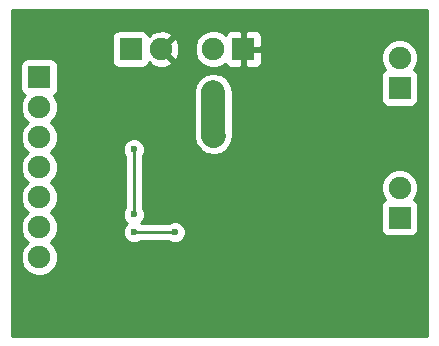
<source format=gbr>
G04 #@! TF.FileFunction,Copper,L2,Bot,Signal*
%FSLAX46Y46*%
G04 Gerber Fmt 4.6, Leading zero omitted, Abs format (unit mm)*
G04 Created by KiCad (PCBNEW 4.0.5) date Tuesday, 21 March 2017 'PMt' 17:51:32*
%MOMM*%
%LPD*%
G01*
G04 APERTURE LIST*
%ADD10C,0.100000*%
%ADD11R,1.900000X1.900000*%
%ADD12C,1.900000*%
%ADD13C,0.600000*%
%ADD14C,0.250000*%
%ADD15C,2.000000*%
%ADD16C,0.254000*%
G04 APERTURE END LIST*
D10*
D11*
X210000000Y-114270000D03*
D12*
X210000000Y-111730000D03*
D11*
X179500000Y-102380000D03*
D12*
X179500000Y-104920000D03*
X179500000Y-107460000D03*
X179500000Y-110000000D03*
X179500000Y-112540000D03*
X179500000Y-115080000D03*
X179500000Y-117620000D03*
D11*
X210000000Y-103270000D03*
D12*
X210000000Y-100730000D03*
D11*
X196770000Y-100000000D03*
D12*
X194230000Y-100000000D03*
D11*
X187230000Y-100000000D03*
D12*
X189770000Y-100000000D03*
D13*
X191000000Y-115500000D03*
X187500000Y-115500000D03*
X200275000Y-107900000D03*
X199907548Y-113226415D03*
X202500000Y-121900000D03*
X182500000Y-111000000D03*
X187500000Y-114000000D03*
X187500000Y-108500000D03*
X194250000Y-107350000D03*
X194230000Y-103629990D03*
D14*
X187500000Y-115500000D02*
X191000000Y-115500000D01*
X187500000Y-108500000D02*
X187500000Y-114000000D01*
D15*
X194230000Y-105480000D02*
X194230000Y-107330000D01*
X194230000Y-107330000D02*
X194250000Y-107350000D01*
X194230000Y-103629990D02*
X194230000Y-105480000D01*
D16*
G36*
X212315000Y-124315000D02*
X177185000Y-124315000D01*
X177185000Y-101430000D01*
X177902560Y-101430000D01*
X177902560Y-103330000D01*
X177946838Y-103565317D01*
X178085910Y-103781441D01*
X178270628Y-103907653D01*
X178157086Y-104020997D01*
X177915276Y-104603341D01*
X177914725Y-105233893D01*
X178155519Y-105816657D01*
X178528471Y-106190261D01*
X178157086Y-106560997D01*
X177915276Y-107143341D01*
X177914725Y-107773893D01*
X178155519Y-108356657D01*
X178528471Y-108730261D01*
X178157086Y-109100997D01*
X177915276Y-109683341D01*
X177914725Y-110313893D01*
X178155519Y-110896657D01*
X178528471Y-111270261D01*
X178157086Y-111640997D01*
X177915276Y-112223341D01*
X177914725Y-112853893D01*
X178155519Y-113436657D01*
X178528471Y-113810261D01*
X178157086Y-114180997D01*
X177915276Y-114763341D01*
X177914725Y-115393893D01*
X178155519Y-115976657D01*
X178528471Y-116350261D01*
X178157086Y-116720997D01*
X177915276Y-117303341D01*
X177914725Y-117933893D01*
X178155519Y-118516657D01*
X178600997Y-118962914D01*
X179183341Y-119204724D01*
X179813893Y-119205275D01*
X180396657Y-118964481D01*
X180842914Y-118519003D01*
X181084724Y-117936659D01*
X181085275Y-117306107D01*
X180844481Y-116723343D01*
X180471529Y-116349739D01*
X180842914Y-115979003D01*
X181084724Y-115396659D01*
X181085275Y-114766107D01*
X180844481Y-114183343D01*
X180471529Y-113809739D01*
X180842914Y-113439003D01*
X181084724Y-112856659D01*
X181085275Y-112226107D01*
X180844481Y-111643343D01*
X180471529Y-111269739D01*
X180842914Y-110899003D01*
X181084724Y-110316659D01*
X181085275Y-109686107D01*
X180844481Y-109103343D01*
X180471529Y-108729739D01*
X180516179Y-108685167D01*
X186564838Y-108685167D01*
X186706883Y-109028943D01*
X186740000Y-109062118D01*
X186740000Y-113437537D01*
X186707808Y-113469673D01*
X186565162Y-113813201D01*
X186564838Y-114185167D01*
X186706883Y-114528943D01*
X186927709Y-114750155D01*
X186707808Y-114969673D01*
X186565162Y-115313201D01*
X186564838Y-115685167D01*
X186706883Y-116028943D01*
X186969673Y-116292192D01*
X187313201Y-116434838D01*
X187685167Y-116435162D01*
X188028943Y-116293117D01*
X188062118Y-116260000D01*
X190437537Y-116260000D01*
X190469673Y-116292192D01*
X190813201Y-116434838D01*
X191185167Y-116435162D01*
X191528943Y-116293117D01*
X191792192Y-116030327D01*
X191934838Y-115686799D01*
X191935162Y-115314833D01*
X191793117Y-114971057D01*
X191530327Y-114707808D01*
X191186799Y-114565162D01*
X190814833Y-114564838D01*
X190471057Y-114706883D01*
X190437882Y-114740000D01*
X188082153Y-114740000D01*
X188292192Y-114530327D01*
X188434838Y-114186799D01*
X188435162Y-113814833D01*
X188293117Y-113471057D01*
X188260000Y-113437882D01*
X188260000Y-113320000D01*
X208402560Y-113320000D01*
X208402560Y-115220000D01*
X208446838Y-115455317D01*
X208585910Y-115671441D01*
X208798110Y-115816431D01*
X209050000Y-115867440D01*
X210950000Y-115867440D01*
X211185317Y-115823162D01*
X211401441Y-115684090D01*
X211546431Y-115471890D01*
X211597440Y-115220000D01*
X211597440Y-113320000D01*
X211553162Y-113084683D01*
X211414090Y-112868559D01*
X211229372Y-112742347D01*
X211342914Y-112629003D01*
X211584724Y-112046659D01*
X211585275Y-111416107D01*
X211344481Y-110833343D01*
X210899003Y-110387086D01*
X210316659Y-110145276D01*
X209686107Y-110144725D01*
X209103343Y-110385519D01*
X208657086Y-110830997D01*
X208415276Y-111413341D01*
X208414725Y-112043893D01*
X208655519Y-112626657D01*
X208772585Y-112743927D01*
X208598559Y-112855910D01*
X208453569Y-113068110D01*
X208402560Y-113320000D01*
X188260000Y-113320000D01*
X188260000Y-109062463D01*
X188292192Y-109030327D01*
X188434838Y-108686799D01*
X188435162Y-108314833D01*
X188293117Y-107971057D01*
X188030327Y-107707808D01*
X187686799Y-107565162D01*
X187314833Y-107564838D01*
X186971057Y-107706883D01*
X186707808Y-107969673D01*
X186565162Y-108313201D01*
X186564838Y-108685167D01*
X180516179Y-108685167D01*
X180842914Y-108359003D01*
X181084724Y-107776659D01*
X181085114Y-107330000D01*
X192594999Y-107330000D01*
X192719457Y-107955688D01*
X193073880Y-108486120D01*
X193093880Y-108506119D01*
X193624312Y-108860543D01*
X194250000Y-108985000D01*
X194875687Y-108860543D01*
X195406119Y-108506119D01*
X195760543Y-107975687D01*
X195885000Y-107350000D01*
X195865000Y-107249453D01*
X195865000Y-103629990D01*
X195740543Y-103004303D01*
X195386120Y-102473870D01*
X195155837Y-102320000D01*
X208402560Y-102320000D01*
X208402560Y-104220000D01*
X208446838Y-104455317D01*
X208585910Y-104671441D01*
X208798110Y-104816431D01*
X209050000Y-104867440D01*
X210950000Y-104867440D01*
X211185317Y-104823162D01*
X211401441Y-104684090D01*
X211546431Y-104471890D01*
X211597440Y-104220000D01*
X211597440Y-102320000D01*
X211553162Y-102084683D01*
X211414090Y-101868559D01*
X211229372Y-101742347D01*
X211342914Y-101629003D01*
X211584724Y-101046659D01*
X211585275Y-100416107D01*
X211344481Y-99833343D01*
X210899003Y-99387086D01*
X210316659Y-99145276D01*
X209686107Y-99144725D01*
X209103343Y-99385519D01*
X208657086Y-99830997D01*
X208415276Y-100413341D01*
X208414725Y-101043893D01*
X208655519Y-101626657D01*
X208772585Y-101743927D01*
X208598559Y-101855910D01*
X208453569Y-102068110D01*
X208402560Y-102320000D01*
X195155837Y-102320000D01*
X194855687Y-102119447D01*
X194230000Y-101994990D01*
X193604313Y-102119447D01*
X193073880Y-102473870D01*
X192719457Y-103004303D01*
X192595000Y-103629990D01*
X192595000Y-107329995D01*
X192594999Y-107330000D01*
X181085114Y-107330000D01*
X181085275Y-107146107D01*
X180844481Y-106563343D01*
X180471529Y-106189739D01*
X180842914Y-105819003D01*
X181084724Y-105236659D01*
X181085275Y-104606107D01*
X180844481Y-104023343D01*
X180727415Y-103906073D01*
X180901441Y-103794090D01*
X181046431Y-103581890D01*
X181097440Y-103330000D01*
X181097440Y-101430000D01*
X181053162Y-101194683D01*
X180914090Y-100978559D01*
X180701890Y-100833569D01*
X180450000Y-100782560D01*
X178550000Y-100782560D01*
X178314683Y-100826838D01*
X178098559Y-100965910D01*
X177953569Y-101178110D01*
X177902560Y-101430000D01*
X177185000Y-101430000D01*
X177185000Y-99050000D01*
X185632560Y-99050000D01*
X185632560Y-100950000D01*
X185676838Y-101185317D01*
X185815910Y-101401441D01*
X186028110Y-101546431D01*
X186280000Y-101597440D01*
X188180000Y-101597440D01*
X188415317Y-101553162D01*
X188631441Y-101414090D01*
X188776431Y-101201890D01*
X188783722Y-101165886D01*
X188833256Y-101116352D01*
X188925792Y-101378019D01*
X189517398Y-101596188D01*
X190147461Y-101571352D01*
X190614208Y-101378019D01*
X190706745Y-101116350D01*
X189770000Y-100179605D01*
X189755858Y-100193748D01*
X189576253Y-100014143D01*
X189590395Y-100000000D01*
X189949605Y-100000000D01*
X190886350Y-100936745D01*
X191148019Y-100844208D01*
X191343585Y-100313893D01*
X192644725Y-100313893D01*
X192885519Y-100896657D01*
X193330997Y-101342914D01*
X193913341Y-101584724D01*
X194543893Y-101585275D01*
X195126657Y-101344481D01*
X195246519Y-101224829D01*
X195281673Y-101309699D01*
X195460302Y-101488327D01*
X195693691Y-101585000D01*
X196484250Y-101585000D01*
X196643000Y-101426250D01*
X196643000Y-100127000D01*
X196897000Y-100127000D01*
X196897000Y-101426250D01*
X197055750Y-101585000D01*
X197846309Y-101585000D01*
X198079698Y-101488327D01*
X198258327Y-101309699D01*
X198355000Y-101076310D01*
X198355000Y-100285750D01*
X198196250Y-100127000D01*
X196897000Y-100127000D01*
X196643000Y-100127000D01*
X196623000Y-100127000D01*
X196623000Y-99873000D01*
X196643000Y-99873000D01*
X196643000Y-98573750D01*
X196897000Y-98573750D01*
X196897000Y-99873000D01*
X198196250Y-99873000D01*
X198355000Y-99714250D01*
X198355000Y-98923690D01*
X198258327Y-98690301D01*
X198079698Y-98511673D01*
X197846309Y-98415000D01*
X197055750Y-98415000D01*
X196897000Y-98573750D01*
X196643000Y-98573750D01*
X196484250Y-98415000D01*
X195693691Y-98415000D01*
X195460302Y-98511673D01*
X195281673Y-98690301D01*
X195246625Y-98774914D01*
X195129003Y-98657086D01*
X194546659Y-98415276D01*
X193916107Y-98414725D01*
X193333343Y-98655519D01*
X192887086Y-99100997D01*
X192645276Y-99683341D01*
X192644725Y-100313893D01*
X191343585Y-100313893D01*
X191366188Y-100252602D01*
X191341352Y-99622539D01*
X191148019Y-99155792D01*
X190886350Y-99063255D01*
X189949605Y-100000000D01*
X189590395Y-100000000D01*
X189576253Y-99985858D01*
X189755858Y-99806253D01*
X189770000Y-99820395D01*
X190706745Y-98883650D01*
X190614208Y-98621981D01*
X190022602Y-98403812D01*
X189392539Y-98428648D01*
X188925792Y-98621981D01*
X188833256Y-98883648D01*
X188787536Y-98837928D01*
X188783162Y-98814683D01*
X188644090Y-98598559D01*
X188431890Y-98453569D01*
X188180000Y-98402560D01*
X186280000Y-98402560D01*
X186044683Y-98446838D01*
X185828559Y-98585910D01*
X185683569Y-98798110D01*
X185632560Y-99050000D01*
X177185000Y-99050000D01*
X177185000Y-96685000D01*
X212315000Y-96685000D01*
X212315000Y-124315000D01*
X212315000Y-124315000D01*
G37*
X212315000Y-124315000D02*
X177185000Y-124315000D01*
X177185000Y-101430000D01*
X177902560Y-101430000D01*
X177902560Y-103330000D01*
X177946838Y-103565317D01*
X178085910Y-103781441D01*
X178270628Y-103907653D01*
X178157086Y-104020997D01*
X177915276Y-104603341D01*
X177914725Y-105233893D01*
X178155519Y-105816657D01*
X178528471Y-106190261D01*
X178157086Y-106560997D01*
X177915276Y-107143341D01*
X177914725Y-107773893D01*
X178155519Y-108356657D01*
X178528471Y-108730261D01*
X178157086Y-109100997D01*
X177915276Y-109683341D01*
X177914725Y-110313893D01*
X178155519Y-110896657D01*
X178528471Y-111270261D01*
X178157086Y-111640997D01*
X177915276Y-112223341D01*
X177914725Y-112853893D01*
X178155519Y-113436657D01*
X178528471Y-113810261D01*
X178157086Y-114180997D01*
X177915276Y-114763341D01*
X177914725Y-115393893D01*
X178155519Y-115976657D01*
X178528471Y-116350261D01*
X178157086Y-116720997D01*
X177915276Y-117303341D01*
X177914725Y-117933893D01*
X178155519Y-118516657D01*
X178600997Y-118962914D01*
X179183341Y-119204724D01*
X179813893Y-119205275D01*
X180396657Y-118964481D01*
X180842914Y-118519003D01*
X181084724Y-117936659D01*
X181085275Y-117306107D01*
X180844481Y-116723343D01*
X180471529Y-116349739D01*
X180842914Y-115979003D01*
X181084724Y-115396659D01*
X181085275Y-114766107D01*
X180844481Y-114183343D01*
X180471529Y-113809739D01*
X180842914Y-113439003D01*
X181084724Y-112856659D01*
X181085275Y-112226107D01*
X180844481Y-111643343D01*
X180471529Y-111269739D01*
X180842914Y-110899003D01*
X181084724Y-110316659D01*
X181085275Y-109686107D01*
X180844481Y-109103343D01*
X180471529Y-108729739D01*
X180516179Y-108685167D01*
X186564838Y-108685167D01*
X186706883Y-109028943D01*
X186740000Y-109062118D01*
X186740000Y-113437537D01*
X186707808Y-113469673D01*
X186565162Y-113813201D01*
X186564838Y-114185167D01*
X186706883Y-114528943D01*
X186927709Y-114750155D01*
X186707808Y-114969673D01*
X186565162Y-115313201D01*
X186564838Y-115685167D01*
X186706883Y-116028943D01*
X186969673Y-116292192D01*
X187313201Y-116434838D01*
X187685167Y-116435162D01*
X188028943Y-116293117D01*
X188062118Y-116260000D01*
X190437537Y-116260000D01*
X190469673Y-116292192D01*
X190813201Y-116434838D01*
X191185167Y-116435162D01*
X191528943Y-116293117D01*
X191792192Y-116030327D01*
X191934838Y-115686799D01*
X191935162Y-115314833D01*
X191793117Y-114971057D01*
X191530327Y-114707808D01*
X191186799Y-114565162D01*
X190814833Y-114564838D01*
X190471057Y-114706883D01*
X190437882Y-114740000D01*
X188082153Y-114740000D01*
X188292192Y-114530327D01*
X188434838Y-114186799D01*
X188435162Y-113814833D01*
X188293117Y-113471057D01*
X188260000Y-113437882D01*
X188260000Y-113320000D01*
X208402560Y-113320000D01*
X208402560Y-115220000D01*
X208446838Y-115455317D01*
X208585910Y-115671441D01*
X208798110Y-115816431D01*
X209050000Y-115867440D01*
X210950000Y-115867440D01*
X211185317Y-115823162D01*
X211401441Y-115684090D01*
X211546431Y-115471890D01*
X211597440Y-115220000D01*
X211597440Y-113320000D01*
X211553162Y-113084683D01*
X211414090Y-112868559D01*
X211229372Y-112742347D01*
X211342914Y-112629003D01*
X211584724Y-112046659D01*
X211585275Y-111416107D01*
X211344481Y-110833343D01*
X210899003Y-110387086D01*
X210316659Y-110145276D01*
X209686107Y-110144725D01*
X209103343Y-110385519D01*
X208657086Y-110830997D01*
X208415276Y-111413341D01*
X208414725Y-112043893D01*
X208655519Y-112626657D01*
X208772585Y-112743927D01*
X208598559Y-112855910D01*
X208453569Y-113068110D01*
X208402560Y-113320000D01*
X188260000Y-113320000D01*
X188260000Y-109062463D01*
X188292192Y-109030327D01*
X188434838Y-108686799D01*
X188435162Y-108314833D01*
X188293117Y-107971057D01*
X188030327Y-107707808D01*
X187686799Y-107565162D01*
X187314833Y-107564838D01*
X186971057Y-107706883D01*
X186707808Y-107969673D01*
X186565162Y-108313201D01*
X186564838Y-108685167D01*
X180516179Y-108685167D01*
X180842914Y-108359003D01*
X181084724Y-107776659D01*
X181085114Y-107330000D01*
X192594999Y-107330000D01*
X192719457Y-107955688D01*
X193073880Y-108486120D01*
X193093880Y-108506119D01*
X193624312Y-108860543D01*
X194250000Y-108985000D01*
X194875687Y-108860543D01*
X195406119Y-108506119D01*
X195760543Y-107975687D01*
X195885000Y-107350000D01*
X195865000Y-107249453D01*
X195865000Y-103629990D01*
X195740543Y-103004303D01*
X195386120Y-102473870D01*
X195155837Y-102320000D01*
X208402560Y-102320000D01*
X208402560Y-104220000D01*
X208446838Y-104455317D01*
X208585910Y-104671441D01*
X208798110Y-104816431D01*
X209050000Y-104867440D01*
X210950000Y-104867440D01*
X211185317Y-104823162D01*
X211401441Y-104684090D01*
X211546431Y-104471890D01*
X211597440Y-104220000D01*
X211597440Y-102320000D01*
X211553162Y-102084683D01*
X211414090Y-101868559D01*
X211229372Y-101742347D01*
X211342914Y-101629003D01*
X211584724Y-101046659D01*
X211585275Y-100416107D01*
X211344481Y-99833343D01*
X210899003Y-99387086D01*
X210316659Y-99145276D01*
X209686107Y-99144725D01*
X209103343Y-99385519D01*
X208657086Y-99830997D01*
X208415276Y-100413341D01*
X208414725Y-101043893D01*
X208655519Y-101626657D01*
X208772585Y-101743927D01*
X208598559Y-101855910D01*
X208453569Y-102068110D01*
X208402560Y-102320000D01*
X195155837Y-102320000D01*
X194855687Y-102119447D01*
X194230000Y-101994990D01*
X193604313Y-102119447D01*
X193073880Y-102473870D01*
X192719457Y-103004303D01*
X192595000Y-103629990D01*
X192595000Y-107329995D01*
X192594999Y-107330000D01*
X181085114Y-107330000D01*
X181085275Y-107146107D01*
X180844481Y-106563343D01*
X180471529Y-106189739D01*
X180842914Y-105819003D01*
X181084724Y-105236659D01*
X181085275Y-104606107D01*
X180844481Y-104023343D01*
X180727415Y-103906073D01*
X180901441Y-103794090D01*
X181046431Y-103581890D01*
X181097440Y-103330000D01*
X181097440Y-101430000D01*
X181053162Y-101194683D01*
X180914090Y-100978559D01*
X180701890Y-100833569D01*
X180450000Y-100782560D01*
X178550000Y-100782560D01*
X178314683Y-100826838D01*
X178098559Y-100965910D01*
X177953569Y-101178110D01*
X177902560Y-101430000D01*
X177185000Y-101430000D01*
X177185000Y-99050000D01*
X185632560Y-99050000D01*
X185632560Y-100950000D01*
X185676838Y-101185317D01*
X185815910Y-101401441D01*
X186028110Y-101546431D01*
X186280000Y-101597440D01*
X188180000Y-101597440D01*
X188415317Y-101553162D01*
X188631441Y-101414090D01*
X188776431Y-101201890D01*
X188783722Y-101165886D01*
X188833256Y-101116352D01*
X188925792Y-101378019D01*
X189517398Y-101596188D01*
X190147461Y-101571352D01*
X190614208Y-101378019D01*
X190706745Y-101116350D01*
X189770000Y-100179605D01*
X189755858Y-100193748D01*
X189576253Y-100014143D01*
X189590395Y-100000000D01*
X189949605Y-100000000D01*
X190886350Y-100936745D01*
X191148019Y-100844208D01*
X191343585Y-100313893D01*
X192644725Y-100313893D01*
X192885519Y-100896657D01*
X193330997Y-101342914D01*
X193913341Y-101584724D01*
X194543893Y-101585275D01*
X195126657Y-101344481D01*
X195246519Y-101224829D01*
X195281673Y-101309699D01*
X195460302Y-101488327D01*
X195693691Y-101585000D01*
X196484250Y-101585000D01*
X196643000Y-101426250D01*
X196643000Y-100127000D01*
X196897000Y-100127000D01*
X196897000Y-101426250D01*
X197055750Y-101585000D01*
X197846309Y-101585000D01*
X198079698Y-101488327D01*
X198258327Y-101309699D01*
X198355000Y-101076310D01*
X198355000Y-100285750D01*
X198196250Y-100127000D01*
X196897000Y-100127000D01*
X196643000Y-100127000D01*
X196623000Y-100127000D01*
X196623000Y-99873000D01*
X196643000Y-99873000D01*
X196643000Y-98573750D01*
X196897000Y-98573750D01*
X196897000Y-99873000D01*
X198196250Y-99873000D01*
X198355000Y-99714250D01*
X198355000Y-98923690D01*
X198258327Y-98690301D01*
X198079698Y-98511673D01*
X197846309Y-98415000D01*
X197055750Y-98415000D01*
X196897000Y-98573750D01*
X196643000Y-98573750D01*
X196484250Y-98415000D01*
X195693691Y-98415000D01*
X195460302Y-98511673D01*
X195281673Y-98690301D01*
X195246625Y-98774914D01*
X195129003Y-98657086D01*
X194546659Y-98415276D01*
X193916107Y-98414725D01*
X193333343Y-98655519D01*
X192887086Y-99100997D01*
X192645276Y-99683341D01*
X192644725Y-100313893D01*
X191343585Y-100313893D01*
X191366188Y-100252602D01*
X191341352Y-99622539D01*
X191148019Y-99155792D01*
X190886350Y-99063255D01*
X189949605Y-100000000D01*
X189590395Y-100000000D01*
X189576253Y-99985858D01*
X189755858Y-99806253D01*
X189770000Y-99820395D01*
X190706745Y-98883650D01*
X190614208Y-98621981D01*
X190022602Y-98403812D01*
X189392539Y-98428648D01*
X188925792Y-98621981D01*
X188833256Y-98883648D01*
X188787536Y-98837928D01*
X188783162Y-98814683D01*
X188644090Y-98598559D01*
X188431890Y-98453569D01*
X188180000Y-98402560D01*
X186280000Y-98402560D01*
X186044683Y-98446838D01*
X185828559Y-98585910D01*
X185683569Y-98798110D01*
X185632560Y-99050000D01*
X177185000Y-99050000D01*
X177185000Y-96685000D01*
X212315000Y-96685000D01*
X212315000Y-124315000D01*
M02*

</source>
